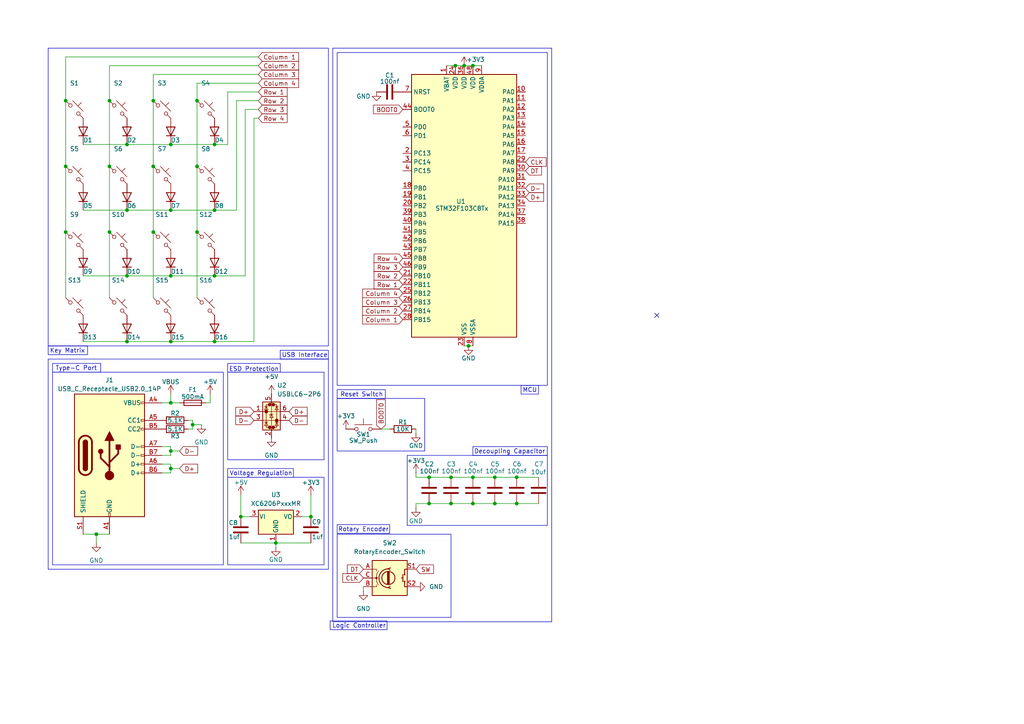
<source format=kicad_sch>
(kicad_sch (version 20250114) (generator "eeschema") (generator_version "9.0")
  (paper "A4")
  (lib_symbols
    (symbol "Connector:USB_C_Receptacle_USB2.0_14P" (pin_names (offset 1.016))
      (property "Reference" "J" (at 0 22.225 0))
      (property "Value" "USB_C_Receptacle_USB2.0_14P" (at 0 19.685 0))
      (symbol "USB_C_Receptacle_USB2.0_14P_0_0"
        (rectangle (start -0.254 -17.78) (end 0.254 -16.764))
        (rectangle (start 10.16 15.494) (end 9.144 14.986))
        (rectangle (start 10.16 10.414) (end 9.144 9.906))
        (rectangle (start 10.16 7.874) (end 9.144 7.366))
        (rectangle (start 10.16 2.794) (end 9.144 2.286))
        (rectangle (start 10.16 0.254) (end 9.144 -0.254))
        (rectangle (start 10.16 -2.286) (end 9.144 -2.794))
        (rectangle (start 10.16 -4.826) (end 9.144 -5.334))
      )
      (symbol "USB_C_Receptacle_USB2.0_14P_0_1"
        (rectangle (start -10.16 17.78) (end 10.16 -17.78) (stroke (width 0.254)) (fill (type background)))
        (polyline (pts (xy -8.89 -3.81) (xy -8.89 3.81)) (stroke (width 0.508)))
        (rectangle (start -7.62 -3.81) (end -6.35 3.81) (stroke (width 0.254)) (fill (type outline)))
        (arc (start -7.62 3.81) (mid -6.985 4.4423) (end -6.35 3.81) (stroke (width 0.254)))
        (arc (start -7.62 3.81) (mid -6.985 4.4423) (end -6.35 3.81) (stroke (width 0.254)) (fill (type outline)))
        (arc (start -8.89 3.81) (mid -6.985 5.7067) (end -5.08 3.81) (stroke (width 0.508)))
        (arc (start -5.08 -3.81) (mid -6.985 -5.7067) (end -8.89 -3.81) (stroke (width 0.508)))
        (arc (start -6.35 -3.81) (mid -6.985 -4.4423) (end -7.62 -3.81) (stroke (width 0.254)))
        (arc (start -6.35 -3.81) (mid -6.985 -4.4423) (end -7.62 -3.81) (stroke (width 0.254)) (fill (type outline)))
        (polyline (pts (xy -5.08 3.81) (xy -5.08 -3.81)) (stroke (width 0.508)))
        (circle (center -2.54 1.143) (radius 0.635) (stroke (width 0.254)) (fill (type outline)))
        (polyline (pts (xy -1.27 4.318) (xy 0 6.858) (xy 1.27 4.318) (xy -1.27 4.318)) (stroke (width 0.254)) (fill (type outline)))
        (polyline (pts (xy 0 -2.032) (xy 2.54 0.508) (xy 2.54 1.778)) (stroke (width 0.508)))
        (polyline (pts (xy 0 -3.302) (xy -2.54 -0.762) (xy -2.54 0.508)) (stroke (width 0.508)))
        (polyline (pts (xy 0 -5.842) (xy 0 4.318)) (stroke (width 0.508)))
        (circle (center 0 -5.842) (radius 1.27) (fill (type outline)))
        (rectangle (start 1.905 1.778) (end 3.175 3.048) (stroke (width 0.254)) (fill (type outline)))
      )
      (symbol "USB_C_Receptacle_USB2.0_14P_1_1"
        (pin passive line (at -7.62 -22.86 90) (length 5.08) (name "SHIELD") (number "S1"))
        (pin passive line (at 0 -22.86 90) (length 5.08) (name "GND") (number "A1"))
        (pin passive line (at 0 -22.86 90) (length 5.08) (hide yes) (name "GND") (number "A12"))
        (pin passive line (at 0 -22.86 90) (length 5.08) (hide yes) (name "GND") (number "B1"))
        (pin passive line (at 0 -22.86 90) (length 5.08) (hide yes) (name "GND") (number "B12"))
        (pin passive line (at 15.24 15.24 180) (length 5.08) (name "VBUS") (number "A4"))
        (pin passive line (at 15.24 15.24 180) (length 5.08) (hide yes) (name "VBUS") (number "A9"))
        (pin passive line (at 15.24 15.24 180) (length 5.08) (hide yes) (name "VBUS") (number "B4"))
        (pin passive line (at 15.24 15.24 180) (length 5.08) (hide yes) (name "VBUS") (number "B9"))
        (pin bidirectional line (at 15.24 10.16 180) (length 5.08) (name "CC1") (number "A5"))
        (pin bidirectional line (at 15.24 7.62 180) (length 5.08) (name "CC2") (number "B5"))
        (pin bidirectional line (at 15.24 2.54 180) (length 5.08) (name "D-") (number "A7"))
        (pin bidirectional line (at 15.24 0 180) (length 5.08) (name "D-") (number "B7"))
        (pin bidirectional line (at 15.24 -2.54 180) (length 5.08) (name "D+") (number "A6"))
        (pin bidirectional line (at 15.24 -5.08 180) (length 5.08) (name "D+") (number "B6"))
      )
    )
    (symbol "Device:C" (pin_numbers (hide yes)) (pin_names (offset 0.254))
      (property "Reference" "C" (at 0.635 2.54 0))
      (property "Value" "C" (at 0.635 -2.54 0))
      (symbol "C_0_1"
        (polyline (pts (xy -2.032 0.762) (xy 2.032 0.762)) (stroke (width 0.508)))
        (polyline (pts (xy -2.032 -0.762) (xy 2.032 -0.762)) (stroke (width 0.508)))
      )
      (symbol "C_1_1"
        (pin passive line (at 0 3.81 270) (length 2.794) (name "~") (number "1"))
        (pin passive line (at 0 -3.81 90) (length 2.794) (name "~") (number "2"))
      )
    )
    (symbol "Device:Fuse" (pin_numbers (hide yes)) (pin_names (offset 0))
      (property "Reference" "F" (at 2.032 0 90))
      (property "Value" "Fuse" (at -1.905 0 90))
      (symbol "Fuse_0_1"
        (rectangle (start -0.762 -2.54) (end 0.762 2.54) (stroke (width 0.254)))
        (polyline (pts (xy 0 2.54) (xy 0 -2.54)))
      )
      (symbol "Fuse_1_1"
        (pin passive line (at 0 3.81 270) (length 1.27) (name "~") (number "1"))
        (pin passive line (at 0 -3.81 90) (length 1.27) (name "~") (number "2"))
      )
    )
    (symbol "Device:R" (pin_numbers (hide yes)) (pin_names (offset 0))
      (property "Reference" "R" (at 2.032 0 90))
      (property "Value" "R" (at 0 0 90))
      (symbol "R_0_1"
        (rectangle (start -1.016 -2.54) (end 1.016 2.54) (stroke (width 0.254)))
      )
      (symbol "R_1_1"
        (pin passive line (at 0 3.81 270) (length 1.27) (name "~") (number "1"))
        (pin passive line (at 0 -3.81 90) (length 1.27) (name "~") (number "2"))
      )
    )
    (symbol "Device:RotaryEncoder_Switch" (pin_names (offset 0.254) (hide yes))
      (property "Reference" "SW" (at 0 6.604 0))
      (property "Value" "RotaryEncoder_Switch" (at 0 -6.604 0))
      (symbol "RotaryEncoder_Switch_0_1"
        (rectangle (start -5.08 5.08) (end 5.08 -5.08) (stroke (width 0.254)) (fill (type background)))
        (polyline (pts (xy -5.08 2.54) (xy -3.81 2.54) (xy -3.81 2.032)))
        (polyline (pts (xy -5.08 0) (xy -3.81 0) (xy -3.81 -1.016) (xy -3.302 -2.032)))
        (polyline (pts (xy -5.08 -2.54) (xy -3.81 -2.54) (xy -3.81 -2.032)))
        (polyline (pts (xy -4.318 0) (xy -3.81 0) (xy -3.81 1.016) (xy -3.302 2.032)))
        (circle (center -3.81 0) (radius 0.254) (fill (type outline)))
        (polyline (pts (xy -0.635 -1.778) (xy -0.635 1.778)) (stroke (width 0.254)))
        (circle (center -0.381 0) (radius 1.905) (stroke (width 0.254)))
        (polyline (pts (xy -0.381 -1.778) (xy -0.381 1.778)) (stroke (width 0.254)))
        (arc (start -0.381 -2.794) (mid -3.0988 -0.0635) (end -0.381 2.667) (stroke (width 0.254)))
        (polyline (pts (xy -0.127 1.778) (xy -0.127 -1.778)) (stroke (width 0.254)))
        (polyline (pts (xy 0.254 2.921) (xy -0.508 2.667) (xy 0.127 2.286)) (stroke (width 0.254)))
        (polyline (pts (xy 0.254 -3.048) (xy -0.508 -2.794) (xy 0.127 -2.413)) (stroke (width 0.254)))
        (polyline (pts (xy 3.81 1.016) (xy 3.81 -1.016)) (stroke (width 0.254)))
        (polyline (pts (xy 3.81 0) (xy 3.429 0)) (stroke (width 0.254)))
        (circle (center 4.318 1.016) (radius 0.127) (stroke (width 0.254)))
        (circle (center 4.318 -1.016) (radius 0.127) (stroke (width 0.254)))
        (polyline (pts (xy 5.08 2.54) (xy 4.318 2.54) (xy 4.318 1.016)) (stroke (width 0.254)))
        (polyline (pts (xy 5.08 -2.54) (xy 4.318 -2.54) (xy 4.318 -1.016)) (stroke (width 0.254)))
      )
      (symbol "RotaryEncoder_Switch_1_1"
        (pin passive line (at -7.62 2.54 0) (length 2.54) (name "A") (number "A"))
        (pin passive line (at -7.62 0 0) (length 2.54) (name "C") (number "C"))
        (pin passive line (at -7.62 -2.54 0) (length 2.54) (name "B") (number "B"))
        (pin passive line (at 7.62 2.54 180) (length 2.54) (name "S1") (number "S1"))
        (pin passive line (at 7.62 -2.54 180) (length 2.54) (name "S2") (number "S2"))
      )
    )
    (symbol "MCU_ST_STM32F1:STM32F103C8Tx"
      (property "Reference" "U" (at -15.24 39.37 0))
      (property "Value" "STM32F103C8Tx" (at 7.62 39.37 0))
      (symbol "STM32F103C8Tx_0_1"
        (rectangle (start -15.24 -38.1) (end 15.24 38.1) (stroke (width 0.254)) (fill (type background)))
      )
      (symbol "STM32F103C8Tx_1_1"
        (pin input line (at -17.78 33.02 0) (length 2.54) (name "NRST") (number "7"))
        (pin input line (at -17.78 27.94 0) (length 2.54) (name "BOOT0") (number "44"))
        (pin bidirectional line (at -17.78 22.86 0) (length 2.54) (name "PD0") (number "5"))
        (pin bidirectional line (at -17.78 20.32 0) (length 2.54) (name "PD1") (number "6"))
        (pin bidirectional line (at -17.78 15.24 0) (length 2.54) (name "PC13") (number "2"))
        (pin bidirectional line (at -17.78 12.7 0) (length 2.54) (name "PC14") (number "3"))
        (pin bidirectional line (at -17.78 10.16 0) (length 2.54) (name "PC15") (number "4"))
        (pin bidirectional line (at -17.78 5.08 0) (length 2.54) (name "PB0") (number "18"))
        (pin bidirectional line (at -17.78 2.54 0) (length 2.54) (name "PB1") (number "19"))
        (pin bidirectional line (at -17.78 0 0) (length 2.54) (name "PB2") (number "20"))
        (pin bidirectional line (at -17.78 -2.54 0) (length 2.54) (name "PB3") (number "39"))
        (pin bidirectional line (at -17.78 -5.08 0) (length 2.54) (name "PB4") (number "40"))
        (pin bidirectional line (at -17.78 -7.62 0) (length 2.54) (name "PB5") (number "41"))
        (pin bidirectional line (at -17.78 -10.16 0) (length 2.54) (name "PB6") (number "42"))
        (pin bidirectional line (at -17.78 -12.7 0) (length 2.54) (name "PB7") (number "43"))
        (pin bidirectional line (at -17.78 -15.24 0) (length 2.54) (name "PB8") (number "45"))
        (pin bidirectional line (at -17.78 -17.78 0) (length 2.54) (name "PB9") (number "46"))
        (pin bidirectional line (at -17.78 -20.32 0) (length 2.54) (name "PB10") (number "21"))
        (pin bidirectional line (at -17.78 -22.86 0) (length 2.54) (name "PB11") (number "22"))
        (pin bidirectional line (at -17.78 -25.4 0) (length 2.54) (name "PB12") (number "25"))
        (pin bidirectional line (at -17.78 -27.94 0) (length 2.54) (name "PB13") (number "26"))
        (pin bidirectional line (at -17.78 -30.48 0) (length 2.54) (name "PB14") (number "27"))
        (pin bidirectional line (at -17.78 -33.02 0) (length 2.54) (name "PB15") (number "28"))
        (pin power_in line (at -5.08 40.64 270) (length 2.54) (name "VBAT") (number "1"))
        (pin power_in line (at -2.54 40.64 270) (length 2.54) (name "VDD") (number "24"))
        (pin power_in line (at 0 40.64 270) (length 2.54) (name "VDD") (number "36"))
        (pin power_in line (at 0 -40.64 90) (length 2.54) (name "VSS") (number "23"))
        (pin passive line (at 0 -40.64 90) (length 2.54) (hide yes) (name "VSS") (number "35"))
        (pin passive line (at 0 -40.64 90) (length 2.54) (hide yes) (name "VSS") (number "47"))
        (pin power_in line (at 2.54 40.64 270) (length 2.54) (name "VDD") (number "48"))
        (pin power_in line (at 2.54 -40.64 90) (length 2.54) (name "VSSA") (number "8"))
        (pin power_in line (at 5.08 40.64 270) (length 2.54) (name "VDDA") (number "9"))
        (pin bidirectional line (at 17.78 33.02 180) (length 2.54) (name "PA0") (number "10"))
        (pin bidirectional line (at 17.78 30.48 180) (length 2.54) (name "PA1") (number "11"))
        (pin bidirectional line (at 17.78 27.94 180) (length 2.54) (name "PA2") (number "12"))
        (pin bidirectional line (at 17.78 25.4 180) (length 2.54) (name "PA3") (number "13"))
        (pin bidirectional line (at 17.78 22.86 180) (length 2.54) (name "PA4") (number "14"))
        (pin bidirectional line (at 17.78 20.32 180) (length 2.54) (name "PA5") (number "15"))
        (pin bidirectional line (at 17.78 17.78 180) (length 2.54) (name "PA6") (number "16"))
        (pin bidirectional line (at 17.78 15.24 180) (length 2.54) (name "PA7") (number "17"))
        (pin bidirectional line (at 17.78 12.7 180) (length 2.54) (name "PA8") (number "29"))
        (pin bidirectional line (at 17.78 10.16 180) (length 2.54) (name "PA9") (number "30"))
        (pin bidirectional line (at 17.78 7.62 180) (length 2.54) (name "PA10") (number "31"))
        (pin bidirectional line (at 17.78 5.08 180) (length 2.54) (name "PA11") (number "32"))
        (pin bidirectional line (at 17.78 2.54 180) (length 2.54) (name "PA12") (number "33"))
        (pin bidirectional line (at 17.78 0 180) (length 2.54) (name "PA13") (number "34"))
        (pin bidirectional line (at 17.78 -2.54 180) (length 2.54) (name "PA14") (number "37"))
        (pin bidirectional line (at 17.78 -5.08 180) (length 2.54) (name "PA15") (number "38"))
      )
    )
    (symbol "Power_Protection:USBLC6-2P6" (pin_names (hide yes))
      (property "Reference" "U" (at 0.635 5.715 0))
      (property "Value" "USBLC6-2P6" (at 0.635 3.81 0))
      (symbol "USBLC6-2P6_0_0"
        (circle (center -1.524 0) (radius 0.0001) (stroke (width 0.508)))
        (circle (center -0.508 2.032) (radius 0.0001) (stroke (width 0.508)))
        (circle (center -0.508 -4.572) (radius 0.0001) (stroke (width 0.508)))
        (circle (center 0.508 2.032) (radius 0.0001) (stroke (width 0.508)))
        (circle (center 0.508 -4.572) (radius 0.0001) (stroke (width 0.508)))
        (circle (center 1.524 -2.54) (radius 0.0001) (stroke (width 0.508)))
      )
      (symbol "USBLC6-2P6_0_1"
        (polyline (pts (xy -2.54 0) (xy 2.54 0)))
        (polyline (pts (xy -2.54 -2.54) (xy 2.54 -2.54)))
        (polyline (pts (xy -2.032 0.508) (xy -1.016 0.508) (xy -1.524 1.524) (xy -2.032 0.508)))
        (polyline (pts (xy -2.032 -3.048) (xy -1.016 -3.048)))
        (polyline (pts (xy -1.016 1.524) (xy -2.032 1.524)))
        (polyline (pts (xy -1.016 -4.064) (xy -2.032 -4.064) (xy -1.524 -3.048) (xy -1.016 -4.064)))
        (polyline (pts (xy -0.508 -1.143) (xy -0.508 -0.762) (xy 0.508 -0.762)))
        (polyline (pts (xy 0 2.54) (xy -0.508 2.032) (xy 0.508 2.032) (xy 0 1.524) (xy 0 -4.064) (xy -0.508 -4.572) (xy 0.508 -4.572) (xy 0 -5.08)))
        (polyline (pts (xy 0.508 -1.778) (xy -0.508 -1.778) (xy 0 -0.762) (xy 0.508 -1.778)))
        (polyline (pts (xy 1.016 1.524) (xy 2.032 1.524)))
        (polyline (pts (xy 1.016 -3.048) (xy 2.032 -3.048)))
        (polyline (pts (xy 2.032 0.508) (xy 1.016 0.508) (xy 1.524 1.524) (xy 2.032 0.508)))
        (polyline (pts (xy 2.032 -4.064) (xy 1.016 -4.064) (xy 1.524 -3.048) (xy 2.032 -4.064)))
      )
      (symbol "USBLC6-2P6_1_1"
        (rectangle (start -2.54 2.794) (end 2.54 -5.334) (stroke (width 0.254)) (fill (type background)))
        (polyline (pts (xy -0.508 2.032) (xy -1.524 2.032) (xy -1.524 -4.572) (xy -0.508 -4.572)))
        (polyline (pts (xy 0.508 -4.572) (xy 1.524 -4.572) (xy 1.524 2.032) (xy 0.508 2.032)))
        (pin passive line (at -5.08 0 0) (length 2.54) (name "I/O1") (number "1"))
        (pin passive line (at -5.08 -2.54 0) (length 2.54) (name "I/O2") (number "3"))
        (pin passive line (at 0 5.08 270) (length 2.54) (name "VBUS") (number "5"))
        (pin passive line (at 0 -7.62 90) (length 2.54) (name "GND") (number "2"))
        (pin passive line (at 5.08 0 180) (length 2.54) (name "I/O1") (number "6"))
        (pin passive line (at 5.08 -2.54 180) (length 2.54) (name "I/O2") (number "4"))
      )
    )
    (symbol "Regulator_Linear:XC6206PxxxMR" (pin_names (offset 0.254))
      (property "Reference" "U" (at -3.81 3.175 0))
      (property "Value" "XC6206PxxxMR" (at 0 3.175 0))
      (symbol "XC6206PxxxMR_0_1"
        (rectangle (start -5.08 1.905) (end 5.08 -5.08) (stroke (width 0.254)) (fill (type background)))
      )
      (symbol "XC6206PxxxMR_1_1"
        (pin power_in line (at -7.62 0 0) (length 2.54) (name "VI") (number "3"))
        (pin power_in line (at 0 -7.62 90) (length 2.54) (name "GND") (number "1"))
        (pin power_out line (at 7.62 0 180) (length 2.54) (name "VO") (number "2"))
      )
    )
    (symbol "ScottoKeebs:Placeholder_Diode" (pin_numbers (hide yes)) (pin_names (hide yes))
      (property "Reference" "D" (at 0 2.54 0))
      (property "Value" "Diode" (at 0 -2.54 0))
      (symbol "Placeholder_Diode_0_1"
        (polyline (pts (xy -1.27 1.27) (xy -1.27 -1.27)) (stroke (width 0.254)))
        (polyline (pts (xy 1.27 1.27) (xy 1.27 -1.27) (xy -1.27 0) (xy 1.27 1.27)) (stroke (width 0.254)))
        (polyline (pts (xy 1.27 0) (xy -1.27 0)))
      )
      (symbol "Placeholder_Diode_1_1"
        (pin passive line (at -3.81 0 0) (length 2.54) (name "K") (number "1"))
        (pin passive line (at 3.81 0 180) (length 2.54) (name "A") (number "2"))
      )
    )
    (symbol "ScottoKeebs:Placeholder_Keyswitch" (pin_numbers (hide yes)) (pin_names (offset 1.016) (hide yes))
      (property "Reference" "S" (at 3.048 1.016 0))
      (property "Value" "Keyswitch" (at 0 -3.81 0))
      (symbol "Placeholder_Keyswitch_0_1"
        (polyline (pts (xy -2.54 2.54) (xy -1.524 1.524) (xy -1.524 1.524)))
        (circle (center -1.1684 1.1684) (radius 0.508))
        (polyline (pts (xy -0.508 2.54) (xy 2.54 -0.508)))
        (polyline (pts (xy 1.016 1.016) (xy 2.032 2.032)))
        (circle (center 1.143 -1.1938) (radius 0.508))
        (polyline (pts (xy 1.524 -1.524) (xy 2.54 -2.54) (xy 2.54 -2.54) (xy 2.54 -2.54)))
        (pin passive line (at -2.54 2.54 0) (length 0) (name "1") (number "1"))
        (pin passive line (at 2.54 -2.54 180) (length 0) (name "2") (number "2"))
      )
    )
    (symbol "Switch:SW_Push" (pin_numbers (hide yes)) (pin_names (offset 1.016) (hide yes))
      (property "Reference" "SW" (at 1.27 2.54 0))
      (property "Value" "SW_Push" (at 0 -1.524 0))
      (symbol "SW_Push_0_1"
        (circle (center -2.032 0) (radius 0.508))
        (polyline (pts (xy 0 1.27) (xy 0 3.048)))
        (circle (center 2.032 0) (radius 0.508))
        (polyline (pts (xy 2.54 1.27) (xy -2.54 1.27)))
        (pin passive line (at -5.08 0 0) (length 2.54) (name "1") (number "1"))
        (pin passive line (at 5.08 0 180) (length 2.54) (name "2") (number "2"))
      )
    )
    (symbol "power:+3V3" (power) (pin_numbers (hide yes)) (pin_names (offset 0) (hide yes))
      (property "Value" "+3V3" (at 0 3.556 0))
      (symbol "+3V3_0_1"
        (polyline (pts (xy -0.762 1.27) (xy 0 2.54)))
        (polyline (pts (xy 0 2.54) (xy 0.762 1.27)))
        (polyline (pts (xy 0 0) (xy 0 2.54)))
      )
      (symbol "+3V3_1_1"
        (pin power_in line (at 0 0 90) (length 0) (name "~") (number "1"))
      )
    )
    (symbol "power:+5V" (power) (pin_numbers (hide yes)) (pin_names (offset 0) (hide yes))
      (property "Value" "+5V" (at 0 3.556 0))
      (symbol "+5V_0_1"
        (polyline (pts (xy -0.762 1.27) (xy 0 2.54)))
        (polyline (pts (xy 0 2.54) (xy 0.762 1.27)))
        (polyline (pts (xy 0 0) (xy 0 2.54)))
      )
      (symbol "+5V_1_1"
        (pin power_in line (at 0 0 90) (length 0) (name "~") (number "1"))
      )
    )
    (symbol "power:GND" (power) (pin_numbers (hide yes)) (pin_names (offset 0) (hide yes))
      (property "Value" "GND" (at 0 -3.81 0))
      (symbol "GND_0_1"
        (polyline (pts (xy 0 0) (xy 0 -1.27) (xy 1.27 -1.27) (xy 0 -2.54) (xy -1.27 -1.27) (xy 0 -1.27)))
      )
      (symbol "GND_1_1"
        (pin power_in line (at 0 0 270) (length 0) (name "~") (number "1"))
      )
    )
    (symbol "power:VBUS" (power) (pin_numbers (hide yes)) (pin_names (offset 0) (hide yes))
      (property "Value" "VBUS" (at 0 3.556 0))
      (symbol "VBUS_0_1"
        (polyline (pts (xy -0.762 1.27) (xy 0 2.54)))
        (polyline (pts (xy 0 2.54) (xy 0.762 1.27)))
        (polyline (pts (xy 0 0) (xy 0 2.54)))
      )
      (symbol "VBUS_1_1"
        (pin power_in line (at 0 0 90) (length 0) (name "~") (number "1"))
      )
    )
  )
  (rectangle (start 66.04 138.43) (end 93.98 163.83))
  (rectangle (start 13.97 13.97) (end 95.25 100.33))
  (rectangle (start 97.79 152.146) (end 113.03 154.686))
  (rectangle (start 97.79 113.03) (end 111.76 115.57))
  (rectangle (start 96.52 13.97) (end 160.02 180.34))
  (rectangle (start 97.79 154.94) (end 130.81 179.07))
  (rectangle (start 118.11 132.08) (end 158.75 152.4))
  (rectangle (start 97.79 15.24) (end 158.75 111.76))
  (rectangle (start 15.24 105.41) (end 29.21 107.95))
  (rectangle (start 151.13 111.76) (end 156.21 114.3))
  (rectangle (start 81.28 101.6) (end 95.25 104.14))
  (rectangle (start 66.04 105.41) (end 81.28 107.95))
  (rectangle (start 97.79 115.57) (end 123.19 130.81))
  (rectangle (start 137.16 129.54) (end 158.75 132.08))
  (rectangle (start 66.04 135.89) (end 85.09 138.43))
  (rectangle (start 95.758 180.086) (end 112.268 182.626))
  (rectangle (start 15.24 107.95) (end 64.77 163.83))
  (rectangle (start 13.97 104.14) (end 95.25 165.1))
  (rectangle (start 13.97 100.33) (end 25.4 102.87))
  (rectangle (start 66.04 107.95) (end 93.98 133.35))
  (text "Type-C Port" (at 22.098 106.934 0) (effects (font (size 1.27 1.27))))
  (text "Logic Controller" (at 104.14 181.61 0) (effects (font (size 1.27 1.27))))
  (text "Key Matrix" (at 19.558 101.854 0) (effects (font (size 1.27 1.27))))
  (text "Voltage Regulation" (at 75.692 137.414 0) (effects (font (size 1.27 1.27))))
  (text "MCU" (at 153.67 113.284 0) (effects (font (size 1.27 1.27))))
  (text "Reset Switch" (at 104.902 114.554 0) (effects (font (size 1.27 1.27))))
  (text "ESD Protection" (at 73.66 107.188 0) (effects (font (size 1.27 1.27))))
  (text "Rotary Encoder" (at 105.41 153.67 0) (effects (font (size 1.27 1.27))))
  (text "Decoupling Capacitor" (at 147.828 131.064 0) (effects (font (size 1.27 1.27))))
  (text "USB Interface" (at 88.392 103.124 0) (effects (font (size 1.27 1.27))))
  (junction (at 57.15 29.21))
  (junction (at 90.17 149.86))
  (junction (at 130.81 138.43))
  (junction (at 36.83 99.06))
  (junction (at 44.45 48.26))
  (junction (at 19.05 29.21))
  (junction (at 132.08 19.05))
  (junction (at 31.75 67.31))
  (junction (at 36.83 80.01))
  (junction (at 44.45 67.31))
  (junction (at 134.62 19.05))
  (junction (at 69.85 149.86))
  (junction (at 143.51 138.43))
  (junction (at 62.23 99.06))
  (junction (at 124.46 138.43))
  (junction (at 137.16 146.05))
  (junction (at 49.53 130.81))
  (junction (at 135.89 100.33))
  (junction (at 137.16 138.43))
  (junction (at 124.46 146.05))
  (junction (at 49.53 80.01))
  (junction (at 31.75 48.26))
  (junction (at 130.81 146.05))
  (junction (at 31.75 29.21))
  (junction (at 62.23 80.01))
  (junction (at 55.88 123.19))
  (junction (at 19.05 67.31))
  (junction (at 137.16 19.05))
  (junction (at 149.86 138.43))
  (junction (at 149.86 146.05))
  (junction (at 57.15 67.31))
  (junction (at 57.15 48.26))
  (junction (at 49.53 116.84))
  (junction (at 80.01 157.48))
  (junction (at 44.45 29.21))
  (junction (at 49.53 60.96))
  (junction (at 49.53 99.06))
  (junction (at 49.53 135.89))
  (junction (at 62.23 41.91))
  (junction (at 62.23 60.96))
  (junction (at 36.83 60.96))
  (junction (at 36.83 41.91))
  (junction (at 143.51 146.05))
  (junction (at 49.53 41.91))
  (junction (at 27.94 154.94))
  (junction (at 19.05 48.26))
  (no_connect (at 190.5 91.44))
  (wire (pts (xy 68.58 29.21) (xy 74.93 29.21)))
  (wire (pts (xy 62.23 60.96) (xy 68.58 60.96)))
  (wire (pts (xy 55.88 123.19) (xy 58.42 123.19)))
  (wire (pts (xy 31.75 19.05) (xy 74.93 19.05)))
  (wire (pts (xy 19.05 16.51) (xy 19.05 29.21)))
  (wire (pts (xy 49.53 135.89) (xy 49.53 134.62)))
  (wire (pts (xy 36.83 41.91) (xy 49.53 41.91)))
  (wire (pts (xy 73.66 34.29) (xy 74.93 34.29)))
  (wire (pts (xy 120.65 124.46) (xy 120.65 125.73)))
  (wire (pts (xy 19.05 16.51) (xy 74.93 16.51)))
  (wire (pts (xy 19.05 67.31) (xy 19.05 86.36)))
  (wire (pts (xy 57.15 24.13) (xy 57.15 29.21)))
  (wire (pts (xy 31.75 19.05) (xy 31.75 29.21)))
  (wire (pts (xy 27.94 154.94) (xy 27.94 157.48)))
  (wire (pts (xy 130.81 146.05) (xy 137.16 146.05)))
  (wire (pts (xy 71.12 31.75) (xy 74.93 31.75)))
  (wire (pts (xy 80.01 158.75) (xy 80.01 157.48)))
  (wire (pts (xy 149.86 138.43) (xy 156.21 138.43)))
  (wire (pts (xy 68.58 60.96) (xy 68.58 29.21)))
  (wire (pts (xy 44.45 48.26) (xy 44.45 29.21)))
  (wire (pts (xy 24.13 80.01) (xy 36.83 80.01)))
  (wire (pts (xy 132.08 19.05) (xy 134.62 19.05)))
  (wire (pts (xy 49.53 137.16) (xy 49.53 135.89)))
  (wire (pts (xy 57.15 48.26) (xy 57.15 67.31)))
  (wire (pts (xy 44.45 67.31) (xy 44.45 86.36)))
  (wire (pts (xy 120.65 137.16) (xy 120.65 138.43)))
  (wire (pts (xy 137.16 19.05) (xy 139.7 19.05)))
  (wire (pts (xy 49.53 132.08) (xy 46.99 132.08)))
  (wire (pts (xy 19.05 48.26) (xy 19.05 67.31)))
  (wire (pts (xy 36.83 99.06) (xy 49.53 99.06)))
  (wire (pts (xy 62.23 41.91) (xy 66.04 41.91)))
  (wire (pts (xy 46.99 116.84) (xy 49.53 116.84)))
  (wire (pts (xy 44.45 48.26) (xy 44.45 67.31)))
  (wire (pts (xy 105.41 170.18) (xy 105.41 171.45)))
  (wire (pts (xy 52.07 130.81) (xy 49.53 130.81)))
  (wire (pts (xy 49.53 129.54) (xy 49.53 130.81)))
  (wire (pts (xy 62.23 80.01) (xy 71.12 80.01)))
  (wire (pts (xy 55.88 121.92) (xy 55.88 123.19)))
  (wire (pts (xy 80.01 157.48) (xy 90.17 157.48)))
  (wire (pts (xy 36.83 80.01) (xy 49.53 80.01)))
  (wire (pts (xy 60.96 116.84) (xy 60.96 114.3)))
  (wire (pts (xy 36.83 60.96) (xy 49.53 60.96)))
  (wire (pts (xy 124.46 146.05) (xy 130.81 146.05)))
  (wire (pts (xy 90.17 149.86) (xy 87.63 149.86)))
  (wire (pts (xy 49.53 134.62) (xy 46.99 134.62)))
  (wire (pts (xy 69.85 157.48) (xy 80.01 157.48)))
  (wire (pts (xy 137.16 138.43) (xy 143.51 138.43)))
  (wire (pts (xy 134.62 19.05) (xy 137.16 19.05)))
  (wire (pts (xy 49.53 114.3) (xy 49.53 116.84)))
  (wire (pts (xy 24.13 41.91) (xy 36.83 41.91)))
  (wire (pts (xy 66.04 26.67) (xy 74.93 26.67)))
  (wire (pts (xy 31.75 29.21) (xy 31.75 48.26)))
  (wire (pts (xy 143.51 138.43) (xy 149.86 138.43)))
  (wire (pts (xy 49.53 130.81) (xy 49.53 132.08)))
  (wire (pts (xy 24.13 60.96) (xy 36.83 60.96)))
  (wire (pts (xy 69.85 149.86) (xy 72.39 149.86)))
  (wire (pts (xy 31.75 154.94) (xy 27.94 154.94)))
  (wire (pts (xy 55.88 124.46) (xy 54.61 124.46)))
  (wire (pts (xy 49.53 99.06) (xy 62.23 99.06)))
  (wire (pts (xy 59.69 116.84) (xy 60.96 116.84)))
  (wire (pts (xy 19.05 29.21) (xy 19.05 48.26)))
  (wire (pts (xy 57.15 67.31) (xy 57.15 86.36)))
  (wire (pts (xy 46.99 137.16) (xy 49.53 137.16)))
  (wire (pts (xy 57.15 48.26) (xy 57.15 29.21)))
  (wire (pts (xy 69.85 143.51) (xy 69.85 149.86)))
  (wire (pts (xy 137.16 146.05) (xy 143.51 146.05)))
  (wire (pts (xy 55.88 123.19) (xy 55.88 124.46)))
  (wire (pts (xy 24.13 99.06) (xy 36.83 99.06)))
  (wire (pts (xy 49.53 116.84) (xy 52.07 116.84)))
  (wire (pts (xy 71.12 80.01) (xy 71.12 31.75)))
  (wire (pts (xy 120.65 146.05) (xy 120.65 147.32)))
  (wire (pts (xy 90.17 143.51) (xy 90.17 149.86)))
  (wire (pts (xy 149.86 146.05) (xy 156.21 146.05)))
  (wire (pts (xy 124.46 146.05) (xy 120.65 146.05)))
  (wire (pts (xy 52.07 135.89) (xy 49.53 135.89)))
  (wire (pts (xy 73.66 99.06) (xy 73.66 34.29)))
  (wire (pts (xy 120.65 138.43) (xy 124.46 138.43)))
  (wire (pts (xy 44.45 21.59) (xy 74.93 21.59)))
  (wire (pts (xy 24.13 154.94) (xy 27.94 154.94)))
  (wire (pts (xy 49.53 80.01) (xy 62.23 80.01)))
  (wire (pts (xy 31.75 48.26) (xy 31.75 67.31)))
  (wire (pts (xy 135.89 100.33) (xy 137.16 100.33)))
  (wire (pts (xy 49.53 41.91) (xy 62.23 41.91)))
  (wire (pts (xy 143.51 146.05) (xy 149.86 146.05)))
  (wire (pts (xy 62.23 99.06) (xy 73.66 99.06)))
  (wire (pts (xy 134.62 100.33) (xy 135.89 100.33)))
  (wire (pts (xy 54.61 121.92) (xy 55.88 121.92)))
  (wire (pts (xy 57.15 24.13) (xy 74.93 24.13)))
  (wire (pts (xy 66.04 41.91) (xy 66.04 26.67)))
  (wire (pts (xy 129.54 19.05) (xy 132.08 19.05)))
  (wire (pts (xy 110.49 124.46) (xy 113.03 124.46)))
  (wire (pts (xy 124.46 138.43) (xy 130.81 138.43)))
  (wire (pts (xy 31.75 67.31) (xy 31.75 86.36)))
  (wire (pts (xy 44.45 21.59) (xy 44.45 29.21)))
  (wire (pts (xy 130.81 138.43) (xy 137.16 138.43)))
  (wire (pts (xy 49.53 60.96) (xy 62.23 60.96)))
  (wire (pts (xy 46.99 129.54) (xy 49.53 129.54)))
  (global_label "Column 2" (shape input) (at 74.93 19.05 0) (property "Intersheetrefs" "${INTERSHEET_REFS}" (effects (hide yes))))
  (global_label "BOOT0" (shape input) (at 116.84 31.75 180) (property "Intersheetrefs" "${INTERSHEET_REFS}" (effects (hide yes))))
  (global_label "Column 1" (shape input) (at 74.93 16.51 0) (property "Intersheetrefs" "${INTERSHEET_REFS}" (effects (hide yes))))
  (global_label "D+" (shape input) (at 152.4 57.15 0) (property "Intersheetrefs" "${INTERSHEET_REFS}" (effects (hide yes))))
  (global_label "D-" (shape input) (at 83.82 121.92 0) (property "Intersheetrefs" "${INTERSHEET_REFS}" (effects (hide yes))))
  (global_label "CLK" (shape input) (at 152.4 46.99 0) (property "Intersheetrefs" "${INTERSHEET_REFS}" (effects (hide yes))))
  (global_label "Row 4" (shape input) (at 74.93 34.29 0) (property "Intersheetrefs" "${INTERSHEET_REFS}" (effects (hide yes))))
  (global_label "Column 1" (shape input) (at 116.84 92.71 180) (property "Intersheetrefs" "${INTERSHEET_REFS}" (effects (hide yes))))
  (global_label "Column 4" (shape input) (at 74.93 24.13 0) (property "Intersheetrefs" "${INTERSHEET_REFS}" (effects (hide yes))))
  (global_label "D+" (shape input) (at 52.07 135.89 0) (property "Intersheetrefs" "${INTERSHEET_REFS}" (effects (hide yes))))
  (global_label "CLK" (shape input) (at 105.41 167.64 180) (property "Intersheetrefs" "${INTERSHEET_REFS}" (effects (hide yes))))
  (global_label "D+" (shape input) (at 73.66 119.38 180) (property "Intersheetrefs" "${INTERSHEET_REFS}" (effects (hide yes))))
  (global_label "Column 2" (shape input) (at 116.84 90.17 180) (property "Intersheetrefs" "${INTERSHEET_REFS}" (effects (hide yes))))
  (global_label "D-" (shape input) (at 152.4 54.61 0) (property "Intersheetrefs" "${INTERSHEET_REFS}" (effects (hide yes))))
  (global_label "BOOT0" (shape input) (at 110.49 124.46 90) (property "Intersheetrefs" "${INTERSHEET_REFS}" (effects (hide yes))))
  (global_label "SW" (shape input) (at 120.65 165.1 0) (property "Intersheetrefs" "${INTERSHEET_REFS}" (effects (hide yes))))
  (global_label "D+" (shape input) (at 83.82 119.38 0) (property "Intersheetrefs" "${INTERSHEET_REFS}" (effects (hide yes))))
  (global_label "D-" (shape input) (at 73.66 121.92 180) (property "Intersheetrefs" "${INTERSHEET_REFS}" (effects (hide yes))))
  (global_label "Column 4" (shape input) (at 116.84 85.09 180) (property "Intersheetrefs" "${INTERSHEET_REFS}" (effects (hide yes))))
  (global_label "Row 3" (shape input) (at 116.84 77.47 180) (property "Intersheetrefs" "${INTERSHEET_REFS}" (effects (hide yes))))
  (global_label "D-" (shape input) (at 52.07 130.81 0) (property "Intersheetrefs" "${INTERSHEET_REFS}" (effects (hide yes))))
  (global_label "Row 1" (shape input) (at 74.93 26.67 0) (property "Intersheetrefs" "${INTERSHEET_REFS}" (effects (hide yes))))
  (global_label "DT" (shape input) (at 105.41 165.1 180) (property "Intersheetrefs" "${INTERSHEET_REFS}" (effects (hide yes))))
  (global_label "Row 1" (shape input) (at 116.84 82.55 180) (property "Intersheetrefs" "${INTERSHEET_REFS}" (effects (hide yes))))
  (global_label "DT" (shape input) (at 152.4 49.53 0) (property "Intersheetrefs" "${INTERSHEET_REFS}" (effects (hide yes))))
  (global_label "Row 3" (shape input) (at 74.93 31.75 0) (property "Intersheetrefs" "${INTERSHEET_REFS}" (effects (hide yes))))
  (global_label "Column 3" (shape input) (at 116.84 87.63 180) (property "Intersheetrefs" "${INTERSHEET_REFS}" (effects (hide yes))))
  (global_label "Row 2" (shape input) (at 116.84 80.01 180) (property "Intersheetrefs" "${INTERSHEET_REFS}" (effects (hide yes))))
  (global_label "Column 3" (shape input) (at 74.93 21.59 0) (property "Intersheetrefs" "${INTERSHEET_REFS}" (effects (hide yes))))
  (global_label "Row 2" (shape input) (at 74.93 29.21 0) (property "Intersheetrefs" "${INTERSHEET_REFS}" (effects (hide yes))))
  (global_label "Row 4" (shape input) (at 116.84 74.93 180) (property "Intersheetrefs" "${INTERSHEET_REFS}" (effects (hide yes))))
  (symbol (lib_id "Device:RotaryEncoder_Switch") (at 113.03 167.64 0) (unit 1)
    (property "Reference" "SW2" (at 113.03 157.48 0))
    (property "Value" "RotaryEncoder_Switch" (at 113.03 160.02 0))
    (property "Description" "Rotary encoder, dual channel, incremental quadrate outputs, with switch" (effects (hide yes)))
  )
  (symbol (lib_id "Connector:USB_C_Receptacle_USB2.0_14P") (at 31.75 132.08 0) (unit 1)
    (property "Reference" "J1" (at 31.75 110.236 0))
    (property "Value" "USB_C_Receptacle_USB2.0_14P" (at 31.75 112.776 0))
    (property "Footprint" "ScottoKeebs_Components:USB_C_HRO_TYPE-C-31-M-12" (effects (hide yes)))
    (property "Datasheet" "https://www.usb.org/sites/default/files/documents/usb_type-c.zip" (effects (hide yes)))
    (property "Description" "USB 2.0-only 14P Type-C Receptacle connector" (effects (hide yes)))
  )
  (symbol (lib_id "Device:C") (at 90.17 153.67 0) (unit 1)
    (property "Reference" "C9" (at 90.424 151.384 0) (effects (justify left)))
    (property "Value" "1uf" (at 90.424 155.702 0) (effects (justify left)))
    (property "Footprint" "ScottoKeebs_Components:Capacitor_0603" (effects (hide yes)))
    (property "Description" "Unpolarized capacitor" (effects (hide yes)))
  )
  (symbol (lib_id "ScottoKeebs:Placeholder_Keyswitch") (at 59.69 31.75 0) (unit 1)
    (property "Reference" "S4" (at 59.69 24.13 0))
    (property "Value" "Keyswitch" (effects (hide yes)))
    (property "Footprint" "ScottoKeebs_Scotto:MX_Hotswap_1.00u" (effects (hide yes)))
    (property "Description" "Push button switch, normally open, two pins, 45° tilted" (effects (hide yes)))
  )
  (symbol (lib_id "power:GND") (at 78.74 127 0) (unit 1)
    (property "Reference" "#PWR012" (effects (hide yes)))
    (property "Value" "GND" (at 78.74 132.08 0))
    (property "Description" "Power symbol creates a global label with name \"GND\" , ground" (effects (hide yes)))
  )
  (symbol (lib_id "Device:C") (at 124.46 142.24 0) (unit 1)
    (property "Reference" "C2" (at 123.19 134.62 0) (effects (justify left)))
    (property "Value" "100nf" (at 121.666 136.652 0) (effects (justify left)))
    (property "Footprint" "ScottoKeebs_Components:Capacitor_0603" (effects (hide yes)))
    (property "Description" "Unpolarized capacitor" (effects (hide yes)))
  )
  (symbol (lib_id "ScottoKeebs:Placeholder_Diode") (at 36.83 38.1 90) (unit 1)
    (property "Reference" "D2" (at 36.83 40.64 90) (effects (justify right)))
    (property "Value" "Diode" (effects (hide yes)))
    (property "Footprint" "ScottoKeebs_Components:Diode_SOD-123" (effects (hide yes)))
    (property "Description" "1N4148 (DO-35) or 1N4148W (SOD-123)" (effects (hide yes)))
    (property "Sim.Device" "D" (effects (hide yes)))
    (property "Sim.Pins" "1=K 2=A" (effects (hide yes)))
  )
  (symbol (lib_id "ScottoKeebs:Placeholder_Diode") (at 62.23 38.1 90) (unit 1)
    (property "Reference" "D4" (at 62.23 40.64 90) (effects (justify right)))
    (property "Value" "Diode" (effects (hide yes)))
    (property "Footprint" "ScottoKeebs_Components:Diode_SOD-123" (effects (hide yes)))
    (property "Description" "1N4148 (DO-35) or 1N4148W (SOD-123)" (effects (hide yes)))
    (property "Sim.Device" "D" (effects (hide yes)))
    (property "Sim.Pins" "1=K 2=A" (effects (hide yes)))
  )
  (symbol (lib_id "power:GND") (at 135.89 100.33 0) (unit 1)
    (property "Reference" "#PWR03" (effects (hide yes)))
    (property "Value" "GND" (at 135.89 103.886 0))
    (property "Description" "Power symbol creates a global label with name \"GND\" , ground" (effects (hide yes)))
  )
  (symbol (lib_id "power:+3V3") (at 120.65 137.16 0) (unit 1)
    (property "Reference" "#PWR06" (effects (hide yes)))
    (property "Value" "+3V3" (at 120.65 133.604 0))
    (property "Description" "Power symbol creates a global label with name \"+3V3\"" (effects (hide yes)))
  )
  (symbol (lib_id "power:+3V3") (at 100.33 124.46 0) (unit 1)
    (property "Reference" "#PWR04" (effects (hide yes)))
    (property "Value" "+3V3" (at 100.33 120.65 0))
    (property "Description" "Power symbol creates a global label with name \"+3V3\"" (effects (hide yes)))
  )
  (symbol (lib_id "MCU_ST_STM32F1:STM32F103C8Tx") (at 134.62 59.69 0) (unit 1)
    (property "Reference" "U1" (at 132.334 58.42 0) (effects (justify left)))
    (property "Value" "STM32F103C8Tx" (at 126.238 60.452 0) (effects (justify left)))
    (property "Footprint" "ScottoKeebs_Components:Package_LQFP-48_7x7mm_P0.5" (effects (hide yes)))
    (property "Datasheet" "https://www.st.com/resource/en/datasheet/stm32f103c8.pdf" (effects (hide yes)))
    (property "Description" "STMicroelectronics Arm Cortex-M3 MCU, 64KB flash, 20KB RAM, 72 MHz, 2.0-3.6V, 37 GPIO, LQFP48" (effects (hide yes)))
  )
  (symbol (lib_id "power:+5V") (at 69.85 143.51 0) (unit 1)
    (property "Reference" "#PWR015" (effects (hide yes)))
    (property "Value" "+5V" (at 69.85 139.954 0))
    (property "Description" "Power symbol creates a global label with name \"+5V\"" (effects (hide yes)))
  )
  (symbol (lib_id "ScottoKeebs:Placeholder_Keyswitch") (at 46.99 69.85 0) (unit 1)
    (property "Reference" "S11" (at 46.99 62.23 0))
    (property "Value" "Keyswitch" (effects (hide yes)))
    (property "Footprint" "ScottoKeebs_Scotto:MX_Hotswap_1.00u" (effects (hide yes)))
    (property "Description" "Push button switch, normally open, two pins, 45° tilted" (effects (hide yes)))
  )
  (symbol (lib_id "ScottoKeebs:Placeholder_Keyswitch") (at 59.69 50.8 0) (unit 1)
    (property "Reference" "S8" (at 59.69 43.18 0))
    (property "Value" "Keyswitch" (effects (hide yes)))
    (property "Footprint" "ScottoKeebs_Scotto:MX_Hotswap_1.00u" (effects (hide yes)))
    (property "Description" "Push button switch, normally open, two pins, 45° tilted" (effects (hide yes)))
  )
  (symbol (lib_id "power:GND") (at 58.42 123.19 0) (unit 1)
    (property "Reference" "#PWR08" (effects (hide yes)))
    (property "Value" "GND" (at 58.42 128.27 0))
    (property "Description" "Power symbol creates a global label with name \"GND\" , ground" (effects (hide yes)))
  )
  (symbol (lib_id "ScottoKeebs:Placeholder_Diode") (at 36.83 57.15 90) (unit 1)
    (property "Reference" "D6" (at 36.83 59.69 90) (effects (justify right)))
    (property "Value" "Diode" (effects (hide yes)))
    (property "Footprint" "ScottoKeebs_Components:Diode_SOD-123" (effects (hide yes)))
    (property "Description" "1N4148 (DO-35) or 1N4148W (SOD-123)" (effects (hide yes)))
    (property "Sim.Device" "D" (effects (hide yes)))
    (property "Sim.Pins" "1=K 2=A" (effects (hide yes)))
  )
  (symbol (lib_id "ScottoKeebs:Placeholder_Diode") (at 36.83 95.25 90) (unit 1)
    (property "Reference" "D14" (at 36.83 97.79 90) (effects (justify right)))
    (property "Value" "Diode" (effects (hide yes)))
    (property "Footprint" "ScottoKeebs_Components:Diode_SOD-123" (effects (hide yes)))
    (property "Description" "1N4148 (DO-35) or 1N4148W (SOD-123)" (effects (hide yes)))
    (property "Sim.Device" "D" (effects (hide yes)))
    (property "Sim.Pins" "1=K 2=A" (effects (hide yes)))
  )
  (symbol (lib_id "Device:C") (at 113.03 26.67 90) (unit 1)
    (property "Reference" "C1" (at 113.03 21.844 90))
    (property "Value" "100nf" (at 113.03 23.622 90))
    (property "Footprint" "ScottoKeebs_Components:Capacitor_0603" (effects (hide yes)))
    (property "Description" "Unpolarized capacitor" (effects (hide yes)))
  )
  (symbol (lib_id "ScottoKeebs:Placeholder_Diode") (at 49.53 38.1 90) (unit 1)
    (property "Reference" "D3" (at 49.53 40.64 90) (effects (justify right)))
    (property "Value" "Diode" (effects (hide yes)))
    (property "Footprint" "ScottoKeebs_Components:Diode_SOD-123" (effects (hide yes)))
    (property "Description" "1N4148 (DO-35) or 1N4148W (SOD-123)" (effects (hide yes)))
    (property "Sim.Device" "D" (effects (hide yes)))
    (property "Sim.Pins" "1=K 2=A" (effects (hide yes)))
  )
  (symbol (lib_id "ScottoKeebs:Placeholder_Diode") (at 62.23 57.15 90) (unit 1)
    (property "Reference" "D8" (at 62.23 59.69 90) (effects (justify right)))
    (property "Value" "Diode" (effects (hide yes)))
    (property "Footprint" "ScottoKeebs_Components:Diode_SOD-123" (effects (hide yes)))
    (property "Description" "1N4148 (DO-35) or 1N4148W (SOD-123)" (effects (hide yes)))
    (property "Sim.Device" "D" (effects (hide yes)))
    (property "Sim.Pins" "1=K 2=A" (effects (hide yes)))
  )
  (symbol (lib_id "ScottoKeebs:Placeholder_Diode") (at 36.83 76.2 90) (unit 1)
    (property "Reference" "D10" (at 36.83 78.74 90) (effects (justify right)))
    (property "Value" "Diode" (effects (hide yes)))
    (property "Footprint" "ScottoKeebs_Components:Diode_SOD-123" (effects (hide yes)))
    (property "Description" "1N4148 (DO-35) or 1N4148W (SOD-123)" (effects (hide yes)))
    (property "Sim.Device" "D" (effects (hide yes)))
    (property "Sim.Pins" "1=K 2=A" (effects (hide yes)))
  )
  (symbol (lib_id "power:GND") (at 105.41 171.45 0) (unit 1)
    (property "Reference" "#PWR018" (effects (hide yes)))
    (property "Value" "GND" (at 105.41 176.53 0))
    (property "Description" "Power symbol creates a global label with name \"GND\" , ground" (effects (hide yes)))
  )
  (symbol (lib_id "Power_Protection:USBLC6-2P6") (at 78.74 119.38 0) (unit 1)
    (property "Reference" "U2" (at 80.3911 111.76 0) (effects (justify left)))
    (property "Value" "USBLC6-2P6" (at 80.3911 114.3 0) (effects (justify left)))
    (property "Footprint" "ScottoKeebs_Components:ESD_SOT-23-6" (effects (hide yes)))
    (property "Datasheet" "https://www.st.com/resource/en/datasheet/usblc6-2.pdf" (effects (hide yes)))
    (property "Description" "Very low capacitance ESD protection diode, 2 data-line, SOT-666" (effects (hide yes)))
  )
  (symbol (lib_id "Device:C") (at 130.81 142.24 0) (unit 1)
    (property "Reference" "C3" (at 129.54 134.62 0) (effects (justify left)))
    (property "Value" "100nf" (at 128.016 136.652 0) (effects (justify left)))
    (property "Footprint" "ScottoKeebs_Components:Capacitor_0603" (effects (hide yes)))
    (property "Description" "Unpolarized capacitor" (effects (hide yes)))
  )
  (symbol (lib_id "ScottoKeebs:Placeholder_Keyswitch") (at 34.29 50.8 0) (unit 1)
    (property "Reference" "S6" (at 34.29 43.18 0))
    (property "Value" "Keyswitch" (effects (hide yes)))
    (property "Footprint" "ScottoKeebs_Scotto:MX_Hotswap_1.00u" (effects (hide yes)))
    (property "Description" "Push button switch, normally open, two pins, 45° tilted" (effects (hide yes)))
  )
  (symbol (lib_id "power:+3V3") (at 90.17 143.51 0) (unit 1)
    (property "Reference" "#PWR016" (effects (hide yes)))
    (property "Value" "+3V3" (at 90.17 139.954 0))
    (property "Description" "Power symbol creates a global label with name \"+3V3\"" (effects (hide yes)))
  )
  (symbol (lib_id "ScottoKeebs:Placeholder_Keyswitch") (at 21.59 31.75 0) (unit 1)
    (property "Reference" "S1" (at 21.59 24.13 0))
    (property "Value" "Keyswitch" (effects (hide yes)))
    (property "Footprint" "ScottoKeebs_Scotto:MX_Hotswap_1.00u" (effects (hide yes)))
    (property "Description" "Push button switch, normally open, two pins, 45° tilted" (effects (hide yes)))
  )
  (symbol (lib_id "ScottoKeebs:Placeholder_Keyswitch") (at 59.69 88.9 0) (unit 1)
    (property "Reference" "S16" (at 59.69 81.28 0))
    (property "Value" "Keyswitch" (effects (hide yes)))
    (property "Footprint" "ScottoKeebs_Scotto:MX_Hotswap_1.00u" (effects (hide yes)))
    (property "Description" "Push button switch, normally open, two pins, 45° tilted" (effects (hide yes)))
  )
  (symbol (lib_id "ScottoKeebs:Placeholder_Diode") (at 24.13 38.1 90) (unit 1)
    (property "Reference" "D1" (at 24.13 40.64 90) (effects (justify right)))
    (property "Value" "Diode" (effects (hide yes)))
    (property "Footprint" "ScottoKeebs_Components:Diode_SOD-123" (effects (hide yes)))
    (property "Description" "1N4148 (DO-35) or 1N4148W (SOD-123)" (effects (hide yes)))
    (property "Sim.Device" "D" (effects (hide yes)))
    (property "Sim.Pins" "1=K 2=A" (effects (hide yes)))
  )
  (symbol (lib_id "ScottoKeebs:Placeholder_Keyswitch") (at 21.59 88.9 0) (unit 1)
    (property "Reference" "S13" (at 21.59 81.28 0))
    (property "Value" "Keyswitch" (effects (hide yes)))
    (property "Footprint" "ScottoKeebs_Scotto:MX_Hotswap_1.00u" (effects (hide yes)))
    (property "Description" "Push button switch, normally open, two pins, 45° tilted" (effects (hide yes)))
  )
  (symbol (lib_id "ScottoKeebs:Placeholder_Diode") (at 49.53 95.25 90) (unit 1)
    (property "Reference" "D15" (at 49.53 97.79 90) (effects (justify right)))
    (property "Value" "Diode" (effects (hide yes)))
    (property "Footprint" "ScottoKeebs_Components:Diode_SOD-123" (effects (hide yes)))
    (property "Description" "1N4148 (DO-35) or 1N4148W (SOD-123)" (effects (hide yes)))
    (property "Sim.Device" "D" (effects (hide yes)))
    (property "Sim.Pins" "1=K 2=A" (effects (hide yes)))
  )
  (symbol (lib_id "ScottoKeebs:Placeholder_Keyswitch") (at 46.99 31.75 0) (unit 1)
    (property "Reference" "S3" (at 46.99 24.13 0))
    (property "Value" "Keyswitch" (effects (hide yes)))
    (property "Footprint" "ScottoKeebs_Scotto:MX_Hotswap_1.00u" (effects (hide yes)))
    (property "Description" "Push button switch, normally open, two pins, 45° tilted" (effects (hide yes)))
  )
  (symbol (lib_id "ScottoKeebs:Placeholder_Diode") (at 24.13 57.15 90) (unit 1)
    (property "Reference" "D5" (at 24.13 59.69 90) (effects (justify right)))
    (property "Value" "Diode" (effects (hide yes)))
    (property "Footprint" "ScottoKeebs_Components:Diode_SOD-123" (effects (hide yes)))
    (property "Description" "1N4148 (DO-35) or 1N4148W (SOD-123)" (effects (hide yes)))
    (property "Sim.Device" "D" (effects (hide yes)))
    (property "Sim.Pins" "1=K 2=A" (effects (hide yes)))
  )
  (symbol (lib_id "power:GND") (at 27.94 157.48 0) (unit 1)
    (property "Reference" "#PWR09" (effects (hide yes)))
    (property "Value" "GND" (at 27.94 162.56 0))
    (property "Description" "Power symbol creates a global label with name \"GND\" , ground" (effects (hide yes)))
  )
  (symbol (lib_id "ScottoKeebs:Placeholder_Diode") (at 62.23 95.25 90) (unit 1)
    (property "Reference" "D16" (at 62.23 97.79 90) (effects (justify right)))
    (property "Value" "Diode" (effects (hide yes)))
    (property "Footprint" "ScottoKeebs_Components:Diode_SOD-123" (effects (hide yes)))
    (property "Description" "1N4148 (DO-35) or 1N4148W (SOD-123)" (effects (hide yes)))
    (property "Sim.Device" "D" (effects (hide yes)))
    (property "Sim.Pins" "1=K 2=A" (effects (hide yes)))
  )
  (symbol (lib_id "ScottoKeebs:Placeholder_Diode") (at 24.13 95.25 90) (unit 1)
    (property "Reference" "D13" (at 24.13 97.79 90) (effects (justify right)))
    (property "Value" "Diode" (effects (hide yes)))
    (property "Footprint" "ScottoKeebs_Components:Diode_SOD-123" (effects (hide yes)))
    (property "Description" "1N4148 (DO-35) or 1N4148W (SOD-123)" (effects (hide yes)))
    (property "Sim.Device" "D" (effects (hide yes)))
    (property "Sim.Pins" "1=K 2=A" (effects (hide yes)))
  )
  (symbol (lib_id "ScottoKeebs:Placeholder_Keyswitch") (at 34.29 88.9 0) (unit 1)
    (property "Reference" "S14" (at 34.29 81.28 0))
    (property "Value" "Keyswitch" (effects (hide yes)))
    (property "Footprint" "ScottoKeebs_Scotto:MX_Hotswap_1.00u" (effects (hide yes)))
    (property "Description" "Push button switch, normally open, two pins, 45° tilted" (effects (hide yes)))
  )
  (symbol (lib_id "Device:C") (at 156.21 142.24 0) (unit 1)
    (property "Reference" "C7" (at 154.94 134.62 0) (effects (justify left)))
    (property "Value" "10uf" (at 153.924 136.906 0) (effects (justify left)))
    (property "Footprint" "ScottoKeebs_Components:Capacitor_0603" (effects (hide yes)))
    (property "Description" "Unpolarized capacitor" (effects (hide yes)))
  )
  (symbol (lib_id "power:GND") (at 120.65 125.73 0) (unit 1)
    (property "Reference" "#PWR05" (effects (hide yes)))
    (property "Value" "GND" (at 120.65 129.286 0))
    (property "Description" "Power symbol creates a global label with name \"GND\" , ground" (effects (hide yes)))
  )
  (symbol (lib_id "ScottoKeebs:Placeholder_Keyswitch") (at 34.29 69.85 0) (unit 1)
    (property "Reference" "S10" (at 34.29 62.23 0))
    (property "Value" "Keyswitch" (effects (hide yes)))
    (property "Footprint" "ScottoKeebs_Scotto:MX_Hotswap_1.00u" (effects (hide yes)))
    (property "Description" "Push button switch, normally open, two pins, 45° tilted" (effects (hide yes)))
  )
  (symbol (lib_id "ScottoKeebs:Placeholder_Diode") (at 24.13 76.2 90) (unit 1)
    (property "Reference" "D9" (at 24.13 78.74 90) (effects (justify right)))
    (property "Value" "Diode" (effects (hide yes)))
    (property "Footprint" "ScottoKeebs_Components:Diode_SOD-123" (effects (hide yes)))
    (property "Description" "1N4148 (DO-35) or 1N4148W (SOD-123)" (effects (hide yes)))
    (property "Sim.Device" "D" (effects (hide yes)))
    (property "Sim.Pins" "1=K 2=A" (effects (hide yes)))
  )
  (symbol (lib_id "power:GND") (at 120.65 147.32 0) (unit 1)
    (property "Reference" "#PWR07" (effects (hide yes)))
    (property "Value" "GND" (at 120.65 151.13 0))
    (property "Description" "Power symbol creates a global label with name \"GND\" , ground" (effects (hide yes)))
  )
  (symbol (lib_id "ScottoKeebs:Placeholder_Keyswitch") (at 34.29 31.75 0) (unit 1)
    (property "Reference" "S2" (at 34.29 24.13 0))
    (property "Value" "Keyswitch" (effects (hide yes)))
    (property "Footprint" "ScottoKeebs_Scotto:MX_Hotswap_1.00u" (effects (hide yes)))
    (property "Description" "Push button switch, normally open, two pins, 45° tilted" (effects (hide yes)))
  )
  (symbol (lib_id "ScottoKeebs:Placeholder_Keyswitch") (at 21.59 69.85 0) (unit 1)
    (property "Reference" "S9" (at 21.59 62.23 0))
    (property "Value" "Keyswitch" (effects (hide yes)))
    (property "Footprint" "ScottoKeebs_Scotto:MX_Hotswap_1.00u" (effects (hide yes)))
    (property "Description" "Push button switch, normally open, two pins, 45° tilted" (effects (hide yes)))
  )
  (symbol (lib_id "Device:C") (at 137.16 142.24 0) (unit 1)
    (property "Reference" "C4" (at 135.89 134.62 0) (effects (justify left)))
    (property "Value" "100nf" (at 134.366 136.652 0) (effects (justify left)))
    (property "Footprint" "ScottoKeebs_Components:Capacitor_0603" (effects (hide yes)))
    (property "Description" "Unpolarized capacitor" (effects (hide yes)))
  )
  (symbol (lib_id "power:VBUS") (at 49.53 114.3 0) (unit 1)
    (property "Reference" "#PWR010" (effects (hide yes)))
    (property "Value" "VBUS" (at 49.53 110.744 0))
    (property "Description" "Power symbol creates a global label with name \"VBUS\"" (effects (hide yes)))
  )
  (symbol (lib_id "power:GND") (at 120.65 170.18 90) (unit 1)
    (property "Reference" "#PWR017" (effects (hide yes)))
    (property "Value" "GND" (at 124.46 170.1799 90) (effects (justify right)))
    (property "Description" "Power symbol creates a global label with name \"GND\" , ground" (effects (hide yes)))
  )
  (symbol (lib_id "ScottoKeebs:Placeholder_Keyswitch") (at 46.99 88.9 0) (unit 1)
    (property "Reference" "S15" (at 46.99 81.28 0))
    (property "Value" "Keyswitch" (effects (hide yes)))
    (property "Footprint" "ScottoKeebs_Scotto:MX_Hotswap_1.00u" (effects (hide yes)))
    (property "Description" "Push button switch, normally open, two pins, 45° tilted" (effects (hide yes)))
  )
  (symbol (lib_id "ScottoKeebs:Placeholder_Keyswitch") (at 59.69 69.85 0) (unit 1)
    (property "Reference" "S12" (at 59.69 62.23 0))
    (property "Value" "Keyswitch" (effects (hide yes)))
    (property "Footprint" "ScottoKeebs_Scotto:MX_Hotswap_1.00u" (effects (hide yes)))
    (property "Description" "Push button switch, normally open, two pins, 45° tilted" (effects (hide yes)))
  )
  (symbol (lib_id "power:+3V3") (at 134.62 19.05 0) (unit 1)
    (property "Reference" "#PWR01" (effects (hide yes)))
    (property "Value" "+3V3" (at 137.922 17.272 0))
    (property "Description" "Power symbol creates a global label with name \"+3V3\"" (effects (hide yes)))
  )
  (symbol (lib_id "ScottoKeebs:Placeholder_Diode") (at 49.53 57.15 90) (unit 1)
    (property "Reference" "D7" (at 49.53 59.69 90) (effects (justify right)))
    (property "Value" "Diode" (effects (hide yes)))
    (property "Footprint" "ScottoKeebs_Components:Diode_SOD-123" (effects (hide yes)))
    (property "Description" "1N4148 (DO-35) or 1N4148W (SOD-123)" (effects (hide yes)))
    (property "Sim.Device" "D" (effects (hide yes)))
    (property "Sim.Pins" "1=K 2=A" (effects (hide yes)))
  )
  (symbol (lib_id "Device:C") (at 143.51 142.24 0) (unit 1)
    (property "Reference" "C5" (at 142.24 134.62 0) (effects (justify left)))
    (property "Value" "100nf" (at 140.716 136.652 0) (effects (justify left)))
    (property "Footprint" "ScottoKeebs_Components:Capacitor_0603" (effects (hide yes)))
    (property "Description" "Unpolarized capacitor" (effects (hide yes)))
  )
  (symbol (lib_id "Device:Fuse") (at 55.88 116.84 90) (unit 1)
    (property "Reference" "F1" (at 55.88 113.03 90))
    (property "Value" "500mA" (at 55.88 115.062 90))
    (property "Footprint" "ScottoKeebs_Components:Fuse_0603" (effects (hide yes)))
    (property "Description" "Fuse" (effects (hide yes)))
  )
  (symbol (lib_id "Switch:SW_Push") (at 105.41 124.46 0) (unit 1)
    (property "Reference" "SW1" (at 105.41 125.984 0))
    (property "Value" "SW_Push" (at 105.41 127.762 0))
    (property "Footprint" "ScottoKeebs_Components:Button_TL3342" (effects (hide yes)))
    (property "Description" "Push button switch, generic, two pins" (effects (hide yes)))
  )
  (symbol (lib_id "power:GND") (at 80.01 158.75 0) (unit 1)
    (property "Reference" "#PWR014" (effects (hide yes)))
    (property "Value" "GND" (at 80.01 162.306 0))
    (property "Description" "Power symbol creates a global label with name \"GND\" , ground" (effects (hide yes)))
  )
  (symbol (lib_id "Device:C") (at 69.85 153.67 0) (unit 1)
    (property "Reference" "C8" (at 66.294 151.638 0) (effects (justify left)))
    (property "Value" "1uf" (at 66.294 155.702 0) (effects (justify left)))
    (property "Footprint" "ScottoKeebs_Components:Capacitor_0603" (effects (hide yes)))
    (property "Description" "Unpolarized capacitor" (effects (hide yes)))
  )
  (symbol (lib_id "Device:R") (at 50.8 124.46 90) (unit 1)
    (property "Reference" "R3" (at 50.8 126.492 90))
    (property "Value" "5.1K" (at 50.8 124.46 90))
    (property "Footprint" "ScottoKeebs_Components:Resistor_0402" (effects (hide yes)))
    (property "Description" "Resistor" (effects (hide yes)))
  )
  (symbol (lib_id "Regulator_Linear:XC6206PxxxMR") (at 80.01 149.86 0) (unit 1)
    (property "Reference" "U3" (at 80.01 143.51 0))
    (property "Value" "XC6206PxxxMR" (at 80.01 146.05 0))
    (property "Footprint" "ScottoKeebs_Components:Voltage_SOT-23" (effects (hide yes)))
    (property "Datasheet" "https://www.torexsemi.com/file/xc6206/XC6206.pdf" (effects (hide yes)))
    (property "Description" "Positive 60-250mA Low Dropout Regulator, Fixed Output, SOT-23" (effects (hide yes)))
  )
  (symbol (lib_id "power:+5V") (at 78.74 114.3 0) (unit 1)
    (property "Reference" "#PWR013" (effects (hide yes)))
    (property "Value" "+5V" (at 78.74 109.22 0))
    (property "Description" "Power symbol creates a global label with name \"+5V\"" (effects (hide yes)))
  )
  (symbol (lib_id "Device:C") (at 149.86 142.24 0) (unit 1)
    (property "Reference" "C6" (at 148.59 134.62 0) (effects (justify left)))
    (property "Value" "100nf" (at 147.066 136.652 0) (effects (justify left)))
    (property "Footprint" "ScottoKeebs_Components:Capacitor_0603" (effects (hide yes)))
    (property "Description" "Unpolarized capacitor" (effects (hide yes)))
  )
  (symbol (lib_id "Device:R") (at 116.84 124.46 90) (unit 1)
    (property "Reference" "R1" (at 116.84 122.428 90))
    (property "Value" "10K" (at 116.84 124.46 90))
    (property "Footprint" "ScottoKeebs_Components:Resistor_0402" (effects (hide yes)))
    (property "Description" "Resistor" (effects (hide yes)))
  )
  (symbol (lib_id "Device:R") (at 50.8 121.92 90) (unit 1)
    (property "Reference" "R2" (at 50.8 119.888 90))
    (property "Value" "5.1K" (at 50.8 121.92 90))
    (property "Footprint" "ScottoKeebs_Components:Resistor_0402" (effects (hide yes)))
    (property "Description" "Resistor" (effects (hide yes)))
  )
  (symbol (lib_id "ScottoKeebs:Placeholder_Keyswitch") (at 21.59 50.8 0) (unit 1)
    (property "Reference" "S5" (at 21.59 43.18 0))
    (property "Value" "Keyswitch" (effects (hide yes)))
    (property "Footprint" "ScottoKeebs_Scotto:MX_Hotswap_1.00u" (effects (hide yes)))
    (property "Description" "Push button switch, normally open, two pins, 45° tilted" (effects (hide yes)))
  )
  (symbol (lib_id "ScottoKeebs:Placeholder_Diode") (at 62.23 76.2 90) (unit 1)
    (property "Reference" "D12" (at 62.23 78.74 90) (effects (justify right)))
    (property "Value" "Diode" (effects (hide yes)))
    (property "Footprint" "ScottoKeebs_Components:Diode_SOD-123" (effects (hide yes)))
    (property "Description" "1N4148 (DO-35) or 1N4148W (SOD-123)" (effects (hide yes)))
    (property "Sim.Device" "D" (effects (hide yes)))
    (property "Sim.Pins" "1=K 2=A" (effects (hide yes)))
  )
  (symbol (lib_id "ScottoKeebs:Placeholder_Keyswitch") (at 46.99 50.8 0) (unit 1)
    (property "Reference" "S7" (at 46.99 43.18 0))
    (property "Value" "Keyswitch" (effects (hide yes)))
    (property "Footprint" "ScottoKeebs_Scotto:MX_Hotswap_1.00u" (effects (hide yes)))
    (property "Description" "Push button switch, normally open, two pins, 45° tilted" (effects (hide yes)))
  )
  (symbol (lib_id "power:GND") (at 109.22 26.67 0) (unit 1)
    (property "Reference" "#PWR02" (effects (hide yes)))
    (property "Value" "GND" (at 105.41 27.94 0))
    (property "Description" "Power symbol creates a global label with name \"GND\" , ground" (effects (hide yes)))
  )
  (symbol (lib_id "power:+5V") (at 60.96 114.3 0) (unit 1)
    (property "Reference" "#PWR011" (effects (hide yes)))
    (property "Value" "+5V" (at 60.96 110.744 0))
    (property "Description" "Power symbol creates a global label with name \"+5V\"" (effects (hide yes)))
  )
  (symbol (lib_id "ScottoKeebs:Placeholder_Diode") (at 49.53 76.2 90) (unit 1)
    (property "Reference" "D11" (at 49.53 78.74 90) (effects (justify right)))
    (property "Value" "Diode" (effects (hide yes)))
    (property "Footprint" "ScottoKeebs_Components:Diode_SOD-123" (effects (hide yes)))
    (property "Description" "1N4148 (DO-35) or 1N4148W (SOD-123)" (effects (hide yes)))
    (property "Sim.Device" "D" (effects (hide yes)))
    (property "Sim.Pins" "1=K 2=A" (effects (hide yes)))
  )
)
</source>
